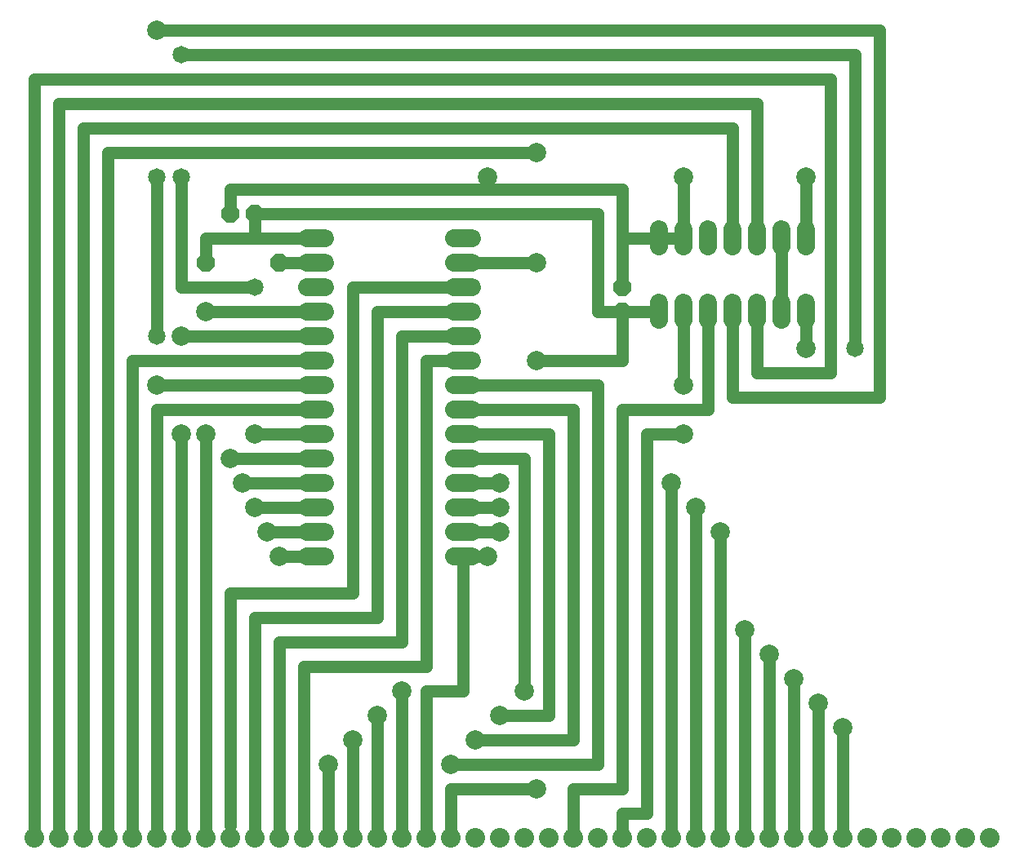
<source format=gbr>
G04 EAGLE Gerber RS-274X export*
G75*
%MOMM*%
%FSLAX34Y34*%
%LPD*%
%INBottom Copper*%
%IPPOS*%
%AMOC8*
5,1,8,0,0,1.08239X$1,22.5*%
G01*
%ADD10P,1.979475X8X112.500000*%
%ADD11P,1.979475X8X22.500000*%
%ADD12C,1.828800*%
%ADD13C,2.032000*%
%ADD14C,1.270000*%
%ADD15C,2.000000*%
%ADD16C,1.816000*%


D10*
X635000Y-330200D03*
X635000Y-304800D03*
D11*
X228600Y-228600D03*
X254000Y-228600D03*
D12*
X460756Y-254000D02*
X479044Y-254000D01*
X479044Y-279400D02*
X460756Y-279400D01*
X460756Y-304800D02*
X479044Y-304800D01*
X479044Y-330200D02*
X460756Y-330200D01*
X460756Y-355600D02*
X479044Y-355600D01*
X479044Y-381000D02*
X460756Y-381000D01*
X460756Y-406400D02*
X479044Y-406400D01*
X479044Y-431800D02*
X460756Y-431800D01*
X460756Y-457200D02*
X479044Y-457200D01*
X479044Y-482600D02*
X460756Y-482600D01*
X460756Y-508000D02*
X479044Y-508000D01*
X479044Y-533400D02*
X460756Y-533400D01*
X460756Y-558800D02*
X479044Y-558800D01*
X479044Y-584200D02*
X460756Y-584200D01*
X326644Y-584200D02*
X308356Y-584200D01*
X308356Y-558800D02*
X326644Y-558800D01*
X326644Y-533400D02*
X308356Y-533400D01*
X308356Y-508000D02*
X326644Y-508000D01*
X326644Y-482600D02*
X308356Y-482600D01*
X308356Y-457200D02*
X326644Y-457200D01*
X326644Y-431800D02*
X308356Y-431800D01*
X308356Y-406400D02*
X326644Y-406400D01*
X326644Y-381000D02*
X308356Y-381000D01*
X308356Y-355600D02*
X326644Y-355600D01*
X326644Y-330200D02*
X308356Y-330200D01*
X308356Y-304800D02*
X326644Y-304800D01*
X326644Y-279400D02*
X308356Y-279400D01*
X308356Y-254000D02*
X326644Y-254000D01*
X673100Y-244856D02*
X673100Y-263144D01*
X698500Y-263144D02*
X698500Y-244856D01*
X825500Y-244856D02*
X825500Y-263144D01*
X825500Y-321056D02*
X825500Y-339344D01*
X723900Y-263144D02*
X723900Y-244856D01*
X749300Y-244856D02*
X749300Y-263144D01*
X800100Y-263144D02*
X800100Y-244856D01*
X774700Y-244856D02*
X774700Y-263144D01*
X800100Y-321056D02*
X800100Y-339344D01*
X774700Y-339344D02*
X774700Y-321056D01*
X749300Y-321056D02*
X749300Y-339344D01*
X723900Y-339344D02*
X723900Y-321056D01*
X698500Y-321056D02*
X698500Y-339344D01*
X673100Y-339344D02*
X673100Y-321056D01*
D13*
X25400Y-876300D03*
X50800Y-876300D03*
X76200Y-876300D03*
X101600Y-876300D03*
X127000Y-876300D03*
X152400Y-876300D03*
X177800Y-876300D03*
X203200Y-876300D03*
X228600Y-876300D03*
X254000Y-876300D03*
X279400Y-876300D03*
X304800Y-876300D03*
X330200Y-876300D03*
X355600Y-876300D03*
X381000Y-876300D03*
X406400Y-876300D03*
X431800Y-876300D03*
X457200Y-876300D03*
X482600Y-876300D03*
X508000Y-876300D03*
X533400Y-876300D03*
X558800Y-876300D03*
X584200Y-876300D03*
X609600Y-876300D03*
X635000Y-876300D03*
X660400Y-876300D03*
X685800Y-876300D03*
X711200Y-876300D03*
X736600Y-876300D03*
X762000Y-876300D03*
X787400Y-876300D03*
X812800Y-876300D03*
X838200Y-876300D03*
X863600Y-876300D03*
X889000Y-876300D03*
X914400Y-876300D03*
X939800Y-876300D03*
X965200Y-876300D03*
X990600Y-876300D03*
X1016000Y-876300D03*
D11*
X203200Y-279400D03*
X279400Y-279400D03*
D14*
X673100Y-254000D02*
X698500Y-254000D01*
X228600Y-228600D02*
X228600Y-203200D01*
X495300Y-203200D01*
X635000Y-203200D01*
X469900Y-584200D02*
X469900Y-723900D01*
X431800Y-723900D01*
X431800Y-876300D01*
D15*
X698500Y-190500D03*
X825500Y-190500D03*
D14*
X698500Y-190500D02*
X698500Y-254000D01*
X825500Y-254000D02*
X825500Y-190500D01*
D15*
X495300Y-190500D03*
X495300Y-584200D03*
D14*
X469900Y-584200D01*
X495300Y-203200D02*
X495300Y-190500D01*
X635000Y-254000D02*
X673100Y-254000D01*
X635000Y-254000D02*
X635000Y-304800D01*
X635000Y-254000D02*
X635000Y-203200D01*
X203200Y-254000D02*
X203200Y-279400D01*
X635000Y-330200D02*
X673100Y-330200D01*
X317500Y-254000D02*
X254000Y-254000D01*
X203200Y-254000D01*
X254000Y-254000D02*
X254000Y-228600D01*
D15*
X546100Y-825500D03*
X546100Y-381000D03*
D14*
X609600Y-228600D02*
X254000Y-228600D01*
X457200Y-825500D02*
X457200Y-876300D01*
X457200Y-825500D02*
X546100Y-825500D01*
X609600Y-330200D02*
X609600Y-228600D01*
X609600Y-330200D02*
X635000Y-330200D01*
X635000Y-381000D02*
X546100Y-381000D01*
X635000Y-381000D02*
X635000Y-330200D01*
X101600Y-165100D02*
X101600Y-876300D01*
D15*
X546100Y-165100D03*
X546100Y-279400D03*
D14*
X546100Y-165100D02*
X101600Y-165100D01*
X469900Y-279400D02*
X546100Y-279400D01*
X850900Y-88900D02*
X25400Y-88900D01*
X850900Y-88900D02*
X850900Y-393700D01*
X774700Y-393700D01*
X774700Y-330200D01*
X25400Y-88900D02*
X25400Y-876300D01*
X50800Y-876300D02*
X50800Y-114300D01*
X774700Y-114300D01*
X774700Y-254000D01*
X76200Y-139700D02*
X76200Y-876300D01*
X76200Y-139700D02*
X749300Y-139700D01*
X749300Y-254000D01*
X152400Y-431800D02*
X152400Y-876300D01*
X152400Y-431800D02*
X317500Y-431800D01*
D15*
X177800Y-457200D03*
X177800Y-355600D03*
D14*
X177800Y-457200D02*
X177800Y-876300D01*
X177800Y-355600D02*
X317500Y-355600D01*
D15*
X203200Y-330200D03*
X203200Y-457200D03*
D14*
X203200Y-876300D01*
X203200Y-330200D02*
X317500Y-330200D01*
X355600Y-304800D02*
X469900Y-304800D01*
X355600Y-304800D02*
X355600Y-622300D01*
X228600Y-622300D01*
X228600Y-863600D01*
X254000Y-876300D02*
X254000Y-647700D01*
X381000Y-647700D01*
X381000Y-330200D01*
X469900Y-330200D01*
X279400Y-673100D02*
X279400Y-876300D01*
X279400Y-673100D02*
X406400Y-673100D01*
X406400Y-355600D01*
X469900Y-355600D01*
X304800Y-698500D02*
X304800Y-876300D01*
X304800Y-698500D02*
X431800Y-698500D01*
X431800Y-381000D01*
X469900Y-381000D01*
D15*
X330200Y-800100D03*
X457200Y-800100D03*
D14*
X330200Y-800100D02*
X330200Y-876300D01*
X457200Y-800100D02*
X609600Y-800100D01*
X609600Y-406400D01*
X469900Y-406400D01*
D15*
X482600Y-774700D03*
X355600Y-774700D03*
D14*
X355600Y-876300D01*
X469900Y-431800D02*
X584200Y-431800D01*
X584200Y-774700D01*
X482600Y-774700D01*
D15*
X508000Y-749300D03*
X381000Y-749300D03*
D14*
X381000Y-876300D01*
X469900Y-457200D02*
X558800Y-457200D01*
X558800Y-749300D01*
X508000Y-749300D01*
D15*
X533400Y-723900D03*
X406400Y-723900D03*
D14*
X406400Y-876300D01*
X469900Y-482600D02*
X533400Y-482600D01*
X533400Y-723900D01*
X127000Y-876300D02*
X127000Y-381000D01*
X317500Y-381000D01*
X584200Y-825500D02*
X584200Y-876300D01*
X584200Y-825500D02*
X635000Y-825500D01*
X635000Y-431800D01*
X723900Y-431800D01*
X723900Y-330200D01*
X635000Y-850900D02*
X635000Y-876300D01*
X635000Y-850900D02*
X660400Y-850900D01*
X660400Y-457200D01*
D15*
X698500Y-457200D03*
X698500Y-406400D03*
D14*
X698500Y-457200D02*
X660400Y-457200D01*
X698500Y-406400D02*
X698500Y-330200D01*
D15*
X508000Y-508000D03*
X685800Y-508000D03*
D14*
X685800Y-876300D01*
X508000Y-508000D02*
X469900Y-508000D01*
D15*
X508000Y-533400D03*
X711200Y-533400D03*
D14*
X711200Y-876300D01*
X508000Y-533400D02*
X469900Y-533400D01*
D15*
X508000Y-558800D03*
X736600Y-558800D03*
D14*
X736600Y-876300D01*
X508000Y-558800D02*
X469900Y-558800D01*
D15*
X762000Y-660400D03*
X279400Y-584200D03*
D14*
X317500Y-584200D01*
X762000Y-660400D02*
X762000Y-876300D01*
D15*
X787400Y-685800D03*
X266700Y-558800D03*
D14*
X317500Y-558800D01*
X787400Y-685800D02*
X787400Y-876300D01*
D15*
X812800Y-711200D03*
X254000Y-533400D03*
D14*
X317500Y-533400D01*
X812800Y-711200D02*
X812800Y-876300D01*
D15*
X838200Y-736600D03*
X241300Y-508000D03*
D14*
X317500Y-508000D01*
X838200Y-736600D02*
X838200Y-876300D01*
D15*
X863600Y-762000D03*
X228600Y-482600D03*
D14*
X317500Y-482600D01*
X863600Y-762000D02*
X863600Y-876300D01*
X317500Y-279400D02*
X279400Y-279400D01*
D15*
X254000Y-457200D03*
X825500Y-368300D03*
D14*
X825500Y-330200D01*
X317500Y-457200D02*
X254000Y-457200D01*
D16*
X876300Y-368300D03*
X177800Y-63500D03*
X177800Y-190500D03*
X254000Y-304800D03*
D14*
X876300Y-368300D02*
X876300Y-63500D01*
X177800Y-63500D01*
X177800Y-190500D02*
X177800Y-304800D01*
X254000Y-304800D01*
D15*
X152400Y-38100D03*
X152400Y-406400D03*
D14*
X317500Y-406400D01*
X749300Y-419100D02*
X749300Y-330200D01*
X901700Y-419100D02*
X901700Y-38100D01*
X152400Y-38100D01*
X749300Y-419100D02*
X901700Y-419100D01*
D16*
X152400Y-190500D03*
X152400Y-355600D03*
D14*
X152400Y-190500D01*
X800100Y-254000D02*
X800100Y-330200D01*
M02*

</source>
